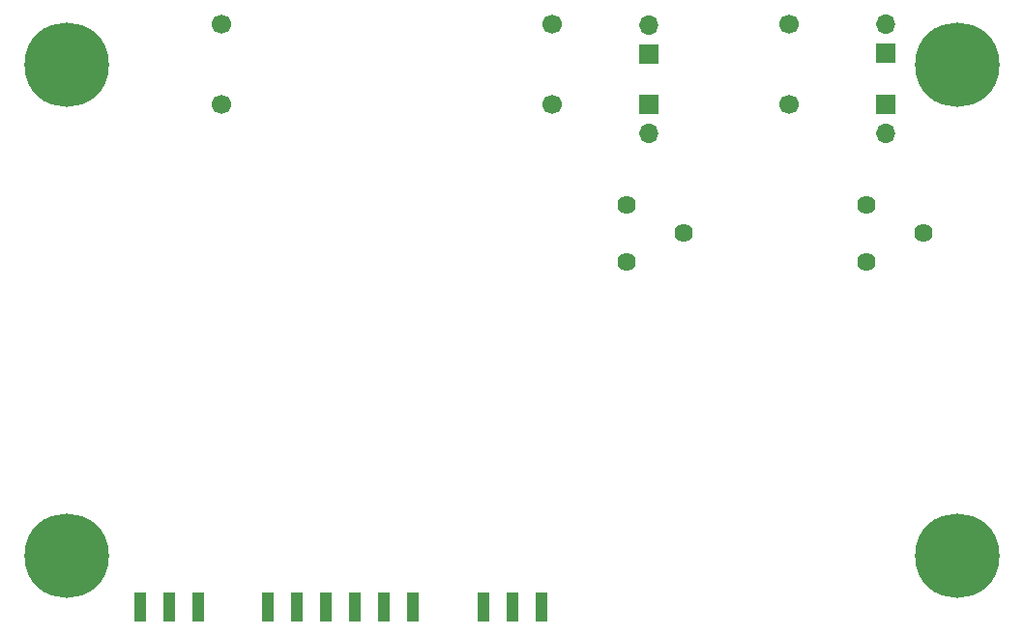
<source format=gbr>
%TF.GenerationSoftware,KiCad,Pcbnew,(6.0.0)*%
%TF.CreationDate,2022-06-06T22:40:39+03:00*%
%TF.ProjectId,analog_board,616e616c-6f67-45f6-926f-6172642e6b69,rev?*%
%TF.SameCoordinates,Original*%
%TF.FileFunction,Soldermask,Bot*%
%TF.FilePolarity,Negative*%
%FSLAX46Y46*%
G04 Gerber Fmt 4.6, Leading zero omitted, Abs format (unit mm)*
G04 Created by KiCad (PCBNEW (6.0.0)) date 2022-06-06 22:40:39*
%MOMM*%
%LPD*%
G01*
G04 APERTURE LIST*
%ADD10C,7.400000*%
%ADD11C,1.700000*%
%ADD12C,1.620000*%
%ADD13R,1.000000X2.500000*%
%ADD14R,1.700000X1.700000*%
%ADD15O,1.700000X1.700000*%
G04 APERTURE END LIST*
D10*
%TO.C,H1*%
X116000000Y-79000000D03*
%TD*%
%TO.C,H2*%
X194000000Y-122000000D03*
%TD*%
%TO.C,H3*%
X194000000Y-79000000D03*
%TD*%
%TO.C,H4*%
X116000000Y-122000000D03*
%TD*%
D11*
%TO.C,J4*%
X129550000Y-82500000D03*
X129550000Y-75500000D03*
%TD*%
%TO.C,J8*%
X158500000Y-82500000D03*
X158500000Y-75500000D03*
%TD*%
%TO.C,J7*%
X179250000Y-75500000D03*
X179250000Y-82500000D03*
%TD*%
D12*
%TO.C,RV1*%
X186000000Y-91250000D03*
X191000000Y-93750000D03*
X186000000Y-96250000D03*
%TD*%
D13*
%TO.C,J9*%
X133650000Y-126475000D03*
X136190000Y-126475000D03*
X138730000Y-126475000D03*
X141270000Y-126475000D03*
X143810000Y-126475000D03*
X146350000Y-126475000D03*
%TD*%
D12*
%TO.C,RV3*%
X165000000Y-91250000D03*
X170000000Y-93750000D03*
X165000000Y-96250000D03*
%TD*%
D14*
%TO.C,J2*%
X187750000Y-82500000D03*
D15*
X187750000Y-85040000D03*
%TD*%
D14*
%TO.C,J6*%
X167000000Y-78075000D03*
D15*
X167000000Y-75535000D03*
%TD*%
D13*
%TO.C,RV6*%
X122460000Y-126475000D03*
X125000000Y-126475000D03*
X127540000Y-126475000D03*
%TD*%
%TO.C,J11*%
X152460000Y-126475000D03*
X155000000Y-126475000D03*
X157540000Y-126475000D03*
%TD*%
D14*
%TO.C,J3*%
X167000000Y-82500000D03*
D15*
X167000000Y-85040000D03*
%TD*%
D14*
%TO.C,J5*%
X187750000Y-78040000D03*
D15*
X187750000Y-75500000D03*
%TD*%
M02*

</source>
